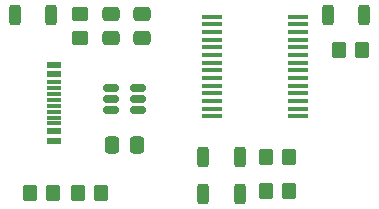
<source format=gbr>
%TF.GenerationSoftware,KiCad,Pcbnew,7.0.7-7.0.7~ubuntu23.04.1*%
%TF.CreationDate,2023-08-16T01:14:45+00:00*%
%TF.ProjectId,USBMOUNT01,5553424d-4f55-44e5-9430-312e6b696361,rev?*%
%TF.SameCoordinates,Original*%
%TF.FileFunction,Paste,Top*%
%TF.FilePolarity,Positive*%
%FSLAX46Y46*%
G04 Gerber Fmt 4.6, Leading zero omitted, Abs format (unit mm)*
G04 Created by KiCad (PCBNEW 7.0.7-7.0.7~ubuntu23.04.1) date 2023-08-16 01:14:45*
%MOMM*%
%LPD*%
G01*
G04 APERTURE LIST*
G04 Aperture macros list*
%AMRoundRect*
0 Rectangle with rounded corners*
0 $1 Rounding radius*
0 $2 $3 $4 $5 $6 $7 $8 $9 X,Y pos of 4 corners*
0 Add a 4 corners polygon primitive as box body*
4,1,4,$2,$3,$4,$5,$6,$7,$8,$9,$2,$3,0*
0 Add four circle primitives for the rounded corners*
1,1,$1+$1,$2,$3*
1,1,$1+$1,$4,$5*
1,1,$1+$1,$6,$7*
1,1,$1+$1,$8,$9*
0 Add four rect primitives between the rounded corners*
20,1,$1+$1,$2,$3,$4,$5,0*
20,1,$1+$1,$4,$5,$6,$7,0*
20,1,$1+$1,$6,$7,$8,$9,0*
20,1,$1+$1,$8,$9,$2,$3,0*%
G04 Aperture macros list end*
%ADD10RoundRect,0.250000X-0.475000X0.337500X-0.475000X-0.337500X0.475000X-0.337500X0.475000X0.337500X0*%
%ADD11RoundRect,0.250000X0.350000X0.450000X-0.350000X0.450000X-0.350000X-0.450000X0.350000X-0.450000X0*%
%ADD12R,1.750000X0.450000*%
%ADD13RoundRect,0.190000X-0.285000X-0.685000X0.285000X-0.685000X0.285000X0.685000X-0.285000X0.685000X0*%
%ADD14RoundRect,0.150000X0.512500X0.150000X-0.512500X0.150000X-0.512500X-0.150000X0.512500X-0.150000X0*%
%ADD15RoundRect,0.250000X-0.350000X-0.450000X0.350000X-0.450000X0.350000X0.450000X-0.350000X0.450000X0*%
%ADD16R,1.160000X0.600000*%
%ADD17R,1.160000X0.300000*%
%ADD18RoundRect,0.250000X0.450000X-0.350000X0.450000X0.350000X-0.450000X0.350000X-0.450000X-0.350000X0*%
%ADD19RoundRect,0.250000X0.337500X0.475000X-0.337500X0.475000X-0.337500X-0.475000X0.337500X-0.475000X0*%
G04 APERTURE END LIST*
D10*
%TO.C,C2*%
X137414000Y-81364000D03*
X137414000Y-83439000D03*
%TD*%
D11*
%TO.C,R5*%
X156100000Y-84450000D03*
X154100000Y-84450000D03*
%TD*%
D12*
%TO.C,U1*%
X150600000Y-90050000D03*
X150600000Y-89400000D03*
X150600000Y-88750000D03*
X150600000Y-88100000D03*
X150600000Y-87450000D03*
X150600000Y-86800000D03*
X150600000Y-86150000D03*
X150600000Y-85500000D03*
X150600000Y-84850000D03*
X150600000Y-84200000D03*
X150600000Y-83550000D03*
X150600000Y-82900000D03*
X150600000Y-82250000D03*
X150600000Y-81600000D03*
X143400000Y-81600000D03*
X143400000Y-82250000D03*
X143400000Y-82900000D03*
X143400000Y-83550000D03*
X143400000Y-84200000D03*
X143400000Y-84850000D03*
X143400000Y-85500000D03*
X143400000Y-86150000D03*
X143400000Y-86800000D03*
X143400000Y-87450000D03*
X143400000Y-88100000D03*
X143400000Y-88750000D03*
X143400000Y-89400000D03*
X143400000Y-90050000D03*
%TD*%
D13*
%TO.C,D1*%
X126650000Y-81500000D03*
X129750000Y-81500000D03*
%TD*%
D14*
%TO.C,U2*%
X137075000Y-89535000D03*
X137075000Y-88585000D03*
X137075000Y-87635000D03*
X134800000Y-87635000D03*
X134800000Y-88585000D03*
X134800000Y-89535000D03*
%TD*%
D13*
%TO.C,D2*%
X142600000Y-96600000D03*
X145700000Y-96600000D03*
%TD*%
D11*
%TO.C,R4*%
X149900000Y-93500000D03*
X147900000Y-93500000D03*
%TD*%
D10*
%TO.C,C1*%
X134795500Y-81364000D03*
X134795500Y-83439000D03*
%TD*%
D15*
%TO.C,R7*%
X131985000Y-96520000D03*
X133985000Y-96520000D03*
%TD*%
D16*
%TO.C,P1*%
X129965000Y-85700000D03*
X129965000Y-86500000D03*
D17*
X129965000Y-87650000D03*
X129965000Y-88650000D03*
X129965000Y-89150000D03*
X129965000Y-90150000D03*
D16*
X129965000Y-91300000D03*
X129965000Y-92100000D03*
X129965000Y-92100000D03*
X129965000Y-91300000D03*
D17*
X129965000Y-90650000D03*
X129965000Y-89650000D03*
X129965000Y-88150000D03*
X129965000Y-87150000D03*
D16*
X129965000Y-86500000D03*
X129965000Y-85700000D03*
%TD*%
D11*
%TO.C,R6*%
X129921000Y-96520000D03*
X127921000Y-96520000D03*
%TD*%
D18*
%TO.C,R1*%
X132207000Y-83401500D03*
X132207000Y-81401500D03*
%TD*%
D11*
%TO.C,R3*%
X149900000Y-96400000D03*
X147900000Y-96400000D03*
%TD*%
D13*
%TO.C,D4*%
X153150000Y-81500000D03*
X156250000Y-81500000D03*
%TD*%
%TO.C,D3*%
X142600000Y-93500000D03*
X145700000Y-93500000D03*
%TD*%
D19*
%TO.C,C3*%
X136975000Y-92456000D03*
X134900000Y-92456000D03*
%TD*%
M02*

</source>
